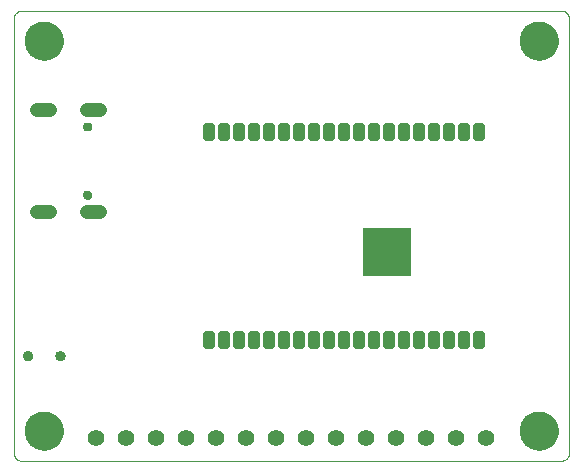
<source format=gbs>
G75*
%MOIN*%
%OFA0B0*%
%FSLAX25Y25*%
%IPPOS*%
%LPD*%
%AMOC8*
5,1,8,0,0,1.08239X$1,22.5*
%
%ADD10C,0.00000*%
%ADD11C,0.12998*%
%ADD12C,0.02031*%
%ADD13R,0.16148X0.16148*%
%ADD14C,0.05550*%
%ADD15C,0.03353*%
%ADD16C,0.04762*%
%ADD17C,0.02959*%
D10*
X0005343Y0035785D02*
X0185343Y0035785D01*
X0185441Y0035787D01*
X0185539Y0035793D01*
X0185637Y0035802D01*
X0185734Y0035816D01*
X0185831Y0035833D01*
X0185927Y0035854D01*
X0186022Y0035879D01*
X0186116Y0035907D01*
X0186208Y0035940D01*
X0186300Y0035975D01*
X0186390Y0036015D01*
X0186478Y0036057D01*
X0186565Y0036104D01*
X0186649Y0036153D01*
X0186732Y0036206D01*
X0186812Y0036262D01*
X0186891Y0036322D01*
X0186967Y0036384D01*
X0187040Y0036449D01*
X0187111Y0036517D01*
X0187179Y0036588D01*
X0187244Y0036661D01*
X0187306Y0036737D01*
X0187366Y0036816D01*
X0187422Y0036896D01*
X0187475Y0036979D01*
X0187524Y0037063D01*
X0187571Y0037150D01*
X0187613Y0037238D01*
X0187653Y0037328D01*
X0187688Y0037420D01*
X0187721Y0037512D01*
X0187749Y0037606D01*
X0187774Y0037701D01*
X0187795Y0037797D01*
X0187812Y0037894D01*
X0187826Y0037991D01*
X0187835Y0038089D01*
X0187841Y0038187D01*
X0187843Y0038285D01*
X0187843Y0183285D01*
X0187841Y0183383D01*
X0187835Y0183481D01*
X0187826Y0183579D01*
X0187812Y0183676D01*
X0187795Y0183773D01*
X0187774Y0183869D01*
X0187749Y0183964D01*
X0187721Y0184058D01*
X0187688Y0184150D01*
X0187653Y0184242D01*
X0187613Y0184332D01*
X0187571Y0184420D01*
X0187524Y0184507D01*
X0187475Y0184591D01*
X0187422Y0184674D01*
X0187366Y0184754D01*
X0187306Y0184833D01*
X0187244Y0184909D01*
X0187179Y0184982D01*
X0187111Y0185053D01*
X0187040Y0185121D01*
X0186967Y0185186D01*
X0186891Y0185248D01*
X0186812Y0185308D01*
X0186732Y0185364D01*
X0186649Y0185417D01*
X0186565Y0185466D01*
X0186478Y0185513D01*
X0186390Y0185555D01*
X0186300Y0185595D01*
X0186208Y0185630D01*
X0186116Y0185663D01*
X0186022Y0185691D01*
X0185927Y0185716D01*
X0185831Y0185737D01*
X0185734Y0185754D01*
X0185637Y0185768D01*
X0185539Y0185777D01*
X0185441Y0185783D01*
X0185343Y0185785D01*
X0005343Y0185785D01*
X0005245Y0185783D01*
X0005147Y0185777D01*
X0005049Y0185768D01*
X0004952Y0185754D01*
X0004855Y0185737D01*
X0004759Y0185716D01*
X0004664Y0185691D01*
X0004570Y0185663D01*
X0004478Y0185630D01*
X0004386Y0185595D01*
X0004296Y0185555D01*
X0004208Y0185513D01*
X0004121Y0185466D01*
X0004037Y0185417D01*
X0003954Y0185364D01*
X0003874Y0185308D01*
X0003795Y0185248D01*
X0003719Y0185186D01*
X0003646Y0185121D01*
X0003575Y0185053D01*
X0003507Y0184982D01*
X0003442Y0184909D01*
X0003380Y0184833D01*
X0003320Y0184754D01*
X0003264Y0184674D01*
X0003211Y0184591D01*
X0003162Y0184507D01*
X0003115Y0184420D01*
X0003073Y0184332D01*
X0003033Y0184242D01*
X0002998Y0184150D01*
X0002965Y0184058D01*
X0002937Y0183964D01*
X0002912Y0183869D01*
X0002891Y0183773D01*
X0002874Y0183676D01*
X0002860Y0183579D01*
X0002851Y0183481D01*
X0002845Y0183383D01*
X0002843Y0183285D01*
X0002843Y0038285D01*
X0002845Y0038187D01*
X0002851Y0038089D01*
X0002860Y0037991D01*
X0002874Y0037894D01*
X0002891Y0037797D01*
X0002912Y0037701D01*
X0002937Y0037606D01*
X0002965Y0037512D01*
X0002998Y0037420D01*
X0003033Y0037328D01*
X0003073Y0037238D01*
X0003115Y0037150D01*
X0003162Y0037063D01*
X0003211Y0036979D01*
X0003264Y0036896D01*
X0003320Y0036816D01*
X0003380Y0036737D01*
X0003442Y0036661D01*
X0003507Y0036588D01*
X0003575Y0036517D01*
X0003646Y0036449D01*
X0003719Y0036384D01*
X0003795Y0036322D01*
X0003874Y0036262D01*
X0003954Y0036206D01*
X0004037Y0036153D01*
X0004121Y0036104D01*
X0004208Y0036057D01*
X0004296Y0036015D01*
X0004386Y0035975D01*
X0004478Y0035940D01*
X0004570Y0035907D01*
X0004664Y0035879D01*
X0004759Y0035854D01*
X0004855Y0035833D01*
X0004952Y0035816D01*
X0005049Y0035802D01*
X0005147Y0035793D01*
X0005245Y0035787D01*
X0005343Y0035785D01*
X0006544Y0045785D02*
X0006546Y0045943D01*
X0006552Y0046101D01*
X0006562Y0046259D01*
X0006576Y0046417D01*
X0006594Y0046574D01*
X0006615Y0046731D01*
X0006641Y0046887D01*
X0006671Y0047043D01*
X0006704Y0047198D01*
X0006742Y0047351D01*
X0006783Y0047504D01*
X0006828Y0047656D01*
X0006877Y0047807D01*
X0006930Y0047956D01*
X0006986Y0048104D01*
X0007046Y0048250D01*
X0007110Y0048395D01*
X0007178Y0048538D01*
X0007249Y0048680D01*
X0007323Y0048820D01*
X0007401Y0048957D01*
X0007483Y0049093D01*
X0007567Y0049227D01*
X0007656Y0049358D01*
X0007747Y0049487D01*
X0007842Y0049614D01*
X0007939Y0049739D01*
X0008040Y0049861D01*
X0008144Y0049980D01*
X0008251Y0050097D01*
X0008361Y0050211D01*
X0008474Y0050322D01*
X0008589Y0050431D01*
X0008707Y0050536D01*
X0008828Y0050638D01*
X0008951Y0050738D01*
X0009077Y0050834D01*
X0009205Y0050927D01*
X0009335Y0051017D01*
X0009468Y0051103D01*
X0009603Y0051187D01*
X0009739Y0051266D01*
X0009878Y0051343D01*
X0010019Y0051415D01*
X0010161Y0051485D01*
X0010305Y0051550D01*
X0010451Y0051612D01*
X0010598Y0051670D01*
X0010747Y0051725D01*
X0010897Y0051776D01*
X0011048Y0051823D01*
X0011200Y0051866D01*
X0011353Y0051905D01*
X0011508Y0051941D01*
X0011663Y0051972D01*
X0011819Y0052000D01*
X0011975Y0052024D01*
X0012132Y0052044D01*
X0012290Y0052060D01*
X0012447Y0052072D01*
X0012606Y0052080D01*
X0012764Y0052084D01*
X0012922Y0052084D01*
X0013080Y0052080D01*
X0013239Y0052072D01*
X0013396Y0052060D01*
X0013554Y0052044D01*
X0013711Y0052024D01*
X0013867Y0052000D01*
X0014023Y0051972D01*
X0014178Y0051941D01*
X0014333Y0051905D01*
X0014486Y0051866D01*
X0014638Y0051823D01*
X0014789Y0051776D01*
X0014939Y0051725D01*
X0015088Y0051670D01*
X0015235Y0051612D01*
X0015381Y0051550D01*
X0015525Y0051485D01*
X0015667Y0051415D01*
X0015808Y0051343D01*
X0015947Y0051266D01*
X0016083Y0051187D01*
X0016218Y0051103D01*
X0016351Y0051017D01*
X0016481Y0050927D01*
X0016609Y0050834D01*
X0016735Y0050738D01*
X0016858Y0050638D01*
X0016979Y0050536D01*
X0017097Y0050431D01*
X0017212Y0050322D01*
X0017325Y0050211D01*
X0017435Y0050097D01*
X0017542Y0049980D01*
X0017646Y0049861D01*
X0017747Y0049739D01*
X0017844Y0049614D01*
X0017939Y0049487D01*
X0018030Y0049358D01*
X0018119Y0049227D01*
X0018203Y0049093D01*
X0018285Y0048957D01*
X0018363Y0048820D01*
X0018437Y0048680D01*
X0018508Y0048538D01*
X0018576Y0048395D01*
X0018640Y0048250D01*
X0018700Y0048104D01*
X0018756Y0047956D01*
X0018809Y0047807D01*
X0018858Y0047656D01*
X0018903Y0047504D01*
X0018944Y0047351D01*
X0018982Y0047198D01*
X0019015Y0047043D01*
X0019045Y0046887D01*
X0019071Y0046731D01*
X0019092Y0046574D01*
X0019110Y0046417D01*
X0019124Y0046259D01*
X0019134Y0046101D01*
X0019140Y0045943D01*
X0019142Y0045785D01*
X0019140Y0045627D01*
X0019134Y0045469D01*
X0019124Y0045311D01*
X0019110Y0045153D01*
X0019092Y0044996D01*
X0019071Y0044839D01*
X0019045Y0044683D01*
X0019015Y0044527D01*
X0018982Y0044372D01*
X0018944Y0044219D01*
X0018903Y0044066D01*
X0018858Y0043914D01*
X0018809Y0043763D01*
X0018756Y0043614D01*
X0018700Y0043466D01*
X0018640Y0043320D01*
X0018576Y0043175D01*
X0018508Y0043032D01*
X0018437Y0042890D01*
X0018363Y0042750D01*
X0018285Y0042613D01*
X0018203Y0042477D01*
X0018119Y0042343D01*
X0018030Y0042212D01*
X0017939Y0042083D01*
X0017844Y0041956D01*
X0017747Y0041831D01*
X0017646Y0041709D01*
X0017542Y0041590D01*
X0017435Y0041473D01*
X0017325Y0041359D01*
X0017212Y0041248D01*
X0017097Y0041139D01*
X0016979Y0041034D01*
X0016858Y0040932D01*
X0016735Y0040832D01*
X0016609Y0040736D01*
X0016481Y0040643D01*
X0016351Y0040553D01*
X0016218Y0040467D01*
X0016083Y0040383D01*
X0015947Y0040304D01*
X0015808Y0040227D01*
X0015667Y0040155D01*
X0015525Y0040085D01*
X0015381Y0040020D01*
X0015235Y0039958D01*
X0015088Y0039900D01*
X0014939Y0039845D01*
X0014789Y0039794D01*
X0014638Y0039747D01*
X0014486Y0039704D01*
X0014333Y0039665D01*
X0014178Y0039629D01*
X0014023Y0039598D01*
X0013867Y0039570D01*
X0013711Y0039546D01*
X0013554Y0039526D01*
X0013396Y0039510D01*
X0013239Y0039498D01*
X0013080Y0039490D01*
X0012922Y0039486D01*
X0012764Y0039486D01*
X0012606Y0039490D01*
X0012447Y0039498D01*
X0012290Y0039510D01*
X0012132Y0039526D01*
X0011975Y0039546D01*
X0011819Y0039570D01*
X0011663Y0039598D01*
X0011508Y0039629D01*
X0011353Y0039665D01*
X0011200Y0039704D01*
X0011048Y0039747D01*
X0010897Y0039794D01*
X0010747Y0039845D01*
X0010598Y0039900D01*
X0010451Y0039958D01*
X0010305Y0040020D01*
X0010161Y0040085D01*
X0010019Y0040155D01*
X0009878Y0040227D01*
X0009739Y0040304D01*
X0009603Y0040383D01*
X0009468Y0040467D01*
X0009335Y0040553D01*
X0009205Y0040643D01*
X0009077Y0040736D01*
X0008951Y0040832D01*
X0008828Y0040932D01*
X0008707Y0041034D01*
X0008589Y0041139D01*
X0008474Y0041248D01*
X0008361Y0041359D01*
X0008251Y0041473D01*
X0008144Y0041590D01*
X0008040Y0041709D01*
X0007939Y0041831D01*
X0007842Y0041956D01*
X0007747Y0042083D01*
X0007656Y0042212D01*
X0007567Y0042343D01*
X0007483Y0042477D01*
X0007401Y0042613D01*
X0007323Y0042750D01*
X0007249Y0042890D01*
X0007178Y0043032D01*
X0007110Y0043175D01*
X0007046Y0043320D01*
X0006986Y0043466D01*
X0006930Y0043614D01*
X0006877Y0043763D01*
X0006828Y0043914D01*
X0006783Y0044066D01*
X0006742Y0044219D01*
X0006704Y0044372D01*
X0006671Y0044527D01*
X0006641Y0044683D01*
X0006615Y0044839D01*
X0006594Y0044996D01*
X0006576Y0045153D01*
X0006562Y0045311D01*
X0006552Y0045469D01*
X0006546Y0045627D01*
X0006544Y0045785D01*
X0005953Y0070785D02*
X0005955Y0070862D01*
X0005961Y0070938D01*
X0005971Y0071014D01*
X0005985Y0071089D01*
X0006002Y0071164D01*
X0006024Y0071237D01*
X0006049Y0071310D01*
X0006079Y0071381D01*
X0006111Y0071450D01*
X0006148Y0071517D01*
X0006187Y0071583D01*
X0006230Y0071646D01*
X0006277Y0071707D01*
X0006326Y0071766D01*
X0006379Y0071822D01*
X0006434Y0071875D01*
X0006492Y0071925D01*
X0006552Y0071972D01*
X0006615Y0072016D01*
X0006680Y0072057D01*
X0006747Y0072094D01*
X0006816Y0072128D01*
X0006886Y0072158D01*
X0006958Y0072184D01*
X0007032Y0072206D01*
X0007106Y0072225D01*
X0007181Y0072240D01*
X0007257Y0072251D01*
X0007333Y0072258D01*
X0007410Y0072261D01*
X0007486Y0072260D01*
X0007563Y0072255D01*
X0007639Y0072246D01*
X0007715Y0072233D01*
X0007789Y0072216D01*
X0007863Y0072196D01*
X0007936Y0072171D01*
X0008007Y0072143D01*
X0008077Y0072111D01*
X0008145Y0072076D01*
X0008211Y0072037D01*
X0008275Y0071995D01*
X0008336Y0071949D01*
X0008396Y0071900D01*
X0008452Y0071849D01*
X0008506Y0071794D01*
X0008557Y0071737D01*
X0008605Y0071677D01*
X0008650Y0071615D01*
X0008691Y0071550D01*
X0008729Y0071484D01*
X0008764Y0071416D01*
X0008794Y0071345D01*
X0008822Y0071274D01*
X0008845Y0071201D01*
X0008865Y0071127D01*
X0008881Y0071052D01*
X0008893Y0070976D01*
X0008901Y0070900D01*
X0008905Y0070823D01*
X0008905Y0070747D01*
X0008901Y0070670D01*
X0008893Y0070594D01*
X0008881Y0070518D01*
X0008865Y0070443D01*
X0008845Y0070369D01*
X0008822Y0070296D01*
X0008794Y0070225D01*
X0008764Y0070154D01*
X0008729Y0070086D01*
X0008691Y0070020D01*
X0008650Y0069955D01*
X0008605Y0069893D01*
X0008557Y0069833D01*
X0008506Y0069776D01*
X0008452Y0069721D01*
X0008396Y0069670D01*
X0008336Y0069621D01*
X0008275Y0069575D01*
X0008211Y0069533D01*
X0008145Y0069494D01*
X0008077Y0069459D01*
X0008007Y0069427D01*
X0007936Y0069399D01*
X0007863Y0069374D01*
X0007789Y0069354D01*
X0007715Y0069337D01*
X0007639Y0069324D01*
X0007563Y0069315D01*
X0007486Y0069310D01*
X0007410Y0069309D01*
X0007333Y0069312D01*
X0007257Y0069319D01*
X0007181Y0069330D01*
X0007106Y0069345D01*
X0007032Y0069364D01*
X0006958Y0069386D01*
X0006886Y0069412D01*
X0006816Y0069442D01*
X0006747Y0069476D01*
X0006680Y0069513D01*
X0006615Y0069554D01*
X0006552Y0069598D01*
X0006492Y0069645D01*
X0006434Y0069695D01*
X0006379Y0069748D01*
X0006326Y0069804D01*
X0006277Y0069863D01*
X0006230Y0069924D01*
X0006187Y0069987D01*
X0006148Y0070053D01*
X0006111Y0070120D01*
X0006079Y0070189D01*
X0006049Y0070260D01*
X0006024Y0070333D01*
X0006002Y0070406D01*
X0005985Y0070481D01*
X0005971Y0070556D01*
X0005961Y0070632D01*
X0005955Y0070708D01*
X0005953Y0070785D01*
X0016780Y0070785D02*
X0016782Y0070862D01*
X0016788Y0070938D01*
X0016798Y0071014D01*
X0016812Y0071089D01*
X0016829Y0071164D01*
X0016851Y0071237D01*
X0016876Y0071310D01*
X0016906Y0071381D01*
X0016938Y0071450D01*
X0016975Y0071517D01*
X0017014Y0071583D01*
X0017057Y0071646D01*
X0017104Y0071707D01*
X0017153Y0071766D01*
X0017206Y0071822D01*
X0017261Y0071875D01*
X0017319Y0071925D01*
X0017379Y0071972D01*
X0017442Y0072016D01*
X0017507Y0072057D01*
X0017574Y0072094D01*
X0017643Y0072128D01*
X0017713Y0072158D01*
X0017785Y0072184D01*
X0017859Y0072206D01*
X0017933Y0072225D01*
X0018008Y0072240D01*
X0018084Y0072251D01*
X0018160Y0072258D01*
X0018237Y0072261D01*
X0018313Y0072260D01*
X0018390Y0072255D01*
X0018466Y0072246D01*
X0018542Y0072233D01*
X0018616Y0072216D01*
X0018690Y0072196D01*
X0018763Y0072171D01*
X0018834Y0072143D01*
X0018904Y0072111D01*
X0018972Y0072076D01*
X0019038Y0072037D01*
X0019102Y0071995D01*
X0019163Y0071949D01*
X0019223Y0071900D01*
X0019279Y0071849D01*
X0019333Y0071794D01*
X0019384Y0071737D01*
X0019432Y0071677D01*
X0019477Y0071615D01*
X0019518Y0071550D01*
X0019556Y0071484D01*
X0019591Y0071416D01*
X0019621Y0071345D01*
X0019649Y0071274D01*
X0019672Y0071201D01*
X0019692Y0071127D01*
X0019708Y0071052D01*
X0019720Y0070976D01*
X0019728Y0070900D01*
X0019732Y0070823D01*
X0019732Y0070747D01*
X0019728Y0070670D01*
X0019720Y0070594D01*
X0019708Y0070518D01*
X0019692Y0070443D01*
X0019672Y0070369D01*
X0019649Y0070296D01*
X0019621Y0070225D01*
X0019591Y0070154D01*
X0019556Y0070086D01*
X0019518Y0070020D01*
X0019477Y0069955D01*
X0019432Y0069893D01*
X0019384Y0069833D01*
X0019333Y0069776D01*
X0019279Y0069721D01*
X0019223Y0069670D01*
X0019163Y0069621D01*
X0019102Y0069575D01*
X0019038Y0069533D01*
X0018972Y0069494D01*
X0018904Y0069459D01*
X0018834Y0069427D01*
X0018763Y0069399D01*
X0018690Y0069374D01*
X0018616Y0069354D01*
X0018542Y0069337D01*
X0018466Y0069324D01*
X0018390Y0069315D01*
X0018313Y0069310D01*
X0018237Y0069309D01*
X0018160Y0069312D01*
X0018084Y0069319D01*
X0018008Y0069330D01*
X0017933Y0069345D01*
X0017859Y0069364D01*
X0017785Y0069386D01*
X0017713Y0069412D01*
X0017643Y0069442D01*
X0017574Y0069476D01*
X0017507Y0069513D01*
X0017442Y0069554D01*
X0017379Y0069598D01*
X0017319Y0069645D01*
X0017261Y0069695D01*
X0017206Y0069748D01*
X0017153Y0069804D01*
X0017104Y0069863D01*
X0017057Y0069924D01*
X0017014Y0069987D01*
X0016975Y0070053D01*
X0016938Y0070120D01*
X0016906Y0070189D01*
X0016876Y0070260D01*
X0016851Y0070333D01*
X0016829Y0070406D01*
X0016812Y0070481D01*
X0016798Y0070556D01*
X0016788Y0070632D01*
X0016782Y0070708D01*
X0016780Y0070785D01*
X0026051Y0124407D02*
X0026053Y0124478D01*
X0026059Y0124549D01*
X0026069Y0124620D01*
X0026083Y0124689D01*
X0026100Y0124758D01*
X0026122Y0124826D01*
X0026147Y0124893D01*
X0026176Y0124958D01*
X0026208Y0125021D01*
X0026244Y0125083D01*
X0026283Y0125142D01*
X0026326Y0125199D01*
X0026371Y0125254D01*
X0026420Y0125306D01*
X0026471Y0125355D01*
X0026525Y0125401D01*
X0026582Y0125445D01*
X0026640Y0125485D01*
X0026701Y0125521D01*
X0026764Y0125555D01*
X0026829Y0125584D01*
X0026895Y0125610D01*
X0026963Y0125633D01*
X0027031Y0125651D01*
X0027101Y0125666D01*
X0027171Y0125677D01*
X0027242Y0125684D01*
X0027313Y0125687D01*
X0027384Y0125686D01*
X0027455Y0125681D01*
X0027526Y0125672D01*
X0027596Y0125659D01*
X0027665Y0125643D01*
X0027733Y0125622D01*
X0027800Y0125598D01*
X0027866Y0125570D01*
X0027929Y0125538D01*
X0027991Y0125503D01*
X0028051Y0125465D01*
X0028109Y0125423D01*
X0028164Y0125379D01*
X0028217Y0125331D01*
X0028267Y0125280D01*
X0028314Y0125227D01*
X0028358Y0125171D01*
X0028399Y0125113D01*
X0028437Y0125052D01*
X0028471Y0124990D01*
X0028501Y0124925D01*
X0028528Y0124860D01*
X0028552Y0124792D01*
X0028571Y0124724D01*
X0028587Y0124655D01*
X0028599Y0124584D01*
X0028607Y0124514D01*
X0028611Y0124443D01*
X0028611Y0124371D01*
X0028607Y0124300D01*
X0028599Y0124230D01*
X0028587Y0124159D01*
X0028571Y0124090D01*
X0028552Y0124022D01*
X0028528Y0123954D01*
X0028501Y0123889D01*
X0028471Y0123824D01*
X0028437Y0123762D01*
X0028399Y0123701D01*
X0028358Y0123643D01*
X0028314Y0123587D01*
X0028267Y0123534D01*
X0028217Y0123483D01*
X0028164Y0123435D01*
X0028109Y0123391D01*
X0028051Y0123349D01*
X0027991Y0123311D01*
X0027929Y0123276D01*
X0027866Y0123244D01*
X0027800Y0123216D01*
X0027733Y0123192D01*
X0027665Y0123171D01*
X0027596Y0123155D01*
X0027526Y0123142D01*
X0027455Y0123133D01*
X0027384Y0123128D01*
X0027313Y0123127D01*
X0027242Y0123130D01*
X0027171Y0123137D01*
X0027101Y0123148D01*
X0027031Y0123163D01*
X0026963Y0123181D01*
X0026895Y0123204D01*
X0026829Y0123230D01*
X0026764Y0123259D01*
X0026701Y0123293D01*
X0026640Y0123329D01*
X0026582Y0123369D01*
X0026525Y0123413D01*
X0026471Y0123459D01*
X0026420Y0123508D01*
X0026371Y0123560D01*
X0026326Y0123615D01*
X0026283Y0123672D01*
X0026244Y0123731D01*
X0026208Y0123793D01*
X0026176Y0123856D01*
X0026147Y0123921D01*
X0026122Y0123988D01*
X0026100Y0124056D01*
X0026083Y0124125D01*
X0026069Y0124194D01*
X0026059Y0124265D01*
X0026053Y0124336D01*
X0026051Y0124407D01*
X0026051Y0147163D02*
X0026053Y0147234D01*
X0026059Y0147305D01*
X0026069Y0147376D01*
X0026083Y0147445D01*
X0026100Y0147514D01*
X0026122Y0147582D01*
X0026147Y0147649D01*
X0026176Y0147714D01*
X0026208Y0147777D01*
X0026244Y0147839D01*
X0026283Y0147898D01*
X0026326Y0147955D01*
X0026371Y0148010D01*
X0026420Y0148062D01*
X0026471Y0148111D01*
X0026525Y0148157D01*
X0026582Y0148201D01*
X0026640Y0148241D01*
X0026701Y0148277D01*
X0026764Y0148311D01*
X0026829Y0148340D01*
X0026895Y0148366D01*
X0026963Y0148389D01*
X0027031Y0148407D01*
X0027101Y0148422D01*
X0027171Y0148433D01*
X0027242Y0148440D01*
X0027313Y0148443D01*
X0027384Y0148442D01*
X0027455Y0148437D01*
X0027526Y0148428D01*
X0027596Y0148415D01*
X0027665Y0148399D01*
X0027733Y0148378D01*
X0027800Y0148354D01*
X0027866Y0148326D01*
X0027929Y0148294D01*
X0027991Y0148259D01*
X0028051Y0148221D01*
X0028109Y0148179D01*
X0028164Y0148135D01*
X0028217Y0148087D01*
X0028267Y0148036D01*
X0028314Y0147983D01*
X0028358Y0147927D01*
X0028399Y0147869D01*
X0028437Y0147808D01*
X0028471Y0147746D01*
X0028501Y0147681D01*
X0028528Y0147616D01*
X0028552Y0147548D01*
X0028571Y0147480D01*
X0028587Y0147411D01*
X0028599Y0147340D01*
X0028607Y0147270D01*
X0028611Y0147199D01*
X0028611Y0147127D01*
X0028607Y0147056D01*
X0028599Y0146986D01*
X0028587Y0146915D01*
X0028571Y0146846D01*
X0028552Y0146778D01*
X0028528Y0146710D01*
X0028501Y0146645D01*
X0028471Y0146580D01*
X0028437Y0146518D01*
X0028399Y0146457D01*
X0028358Y0146399D01*
X0028314Y0146343D01*
X0028267Y0146290D01*
X0028217Y0146239D01*
X0028164Y0146191D01*
X0028109Y0146147D01*
X0028051Y0146105D01*
X0027991Y0146067D01*
X0027929Y0146032D01*
X0027866Y0146000D01*
X0027800Y0145972D01*
X0027733Y0145948D01*
X0027665Y0145927D01*
X0027596Y0145911D01*
X0027526Y0145898D01*
X0027455Y0145889D01*
X0027384Y0145884D01*
X0027313Y0145883D01*
X0027242Y0145886D01*
X0027171Y0145893D01*
X0027101Y0145904D01*
X0027031Y0145919D01*
X0026963Y0145937D01*
X0026895Y0145960D01*
X0026829Y0145986D01*
X0026764Y0146015D01*
X0026701Y0146049D01*
X0026640Y0146085D01*
X0026582Y0146125D01*
X0026525Y0146169D01*
X0026471Y0146215D01*
X0026420Y0146264D01*
X0026371Y0146316D01*
X0026326Y0146371D01*
X0026283Y0146428D01*
X0026244Y0146487D01*
X0026208Y0146549D01*
X0026176Y0146612D01*
X0026147Y0146677D01*
X0026122Y0146744D01*
X0026100Y0146812D01*
X0026083Y0146881D01*
X0026069Y0146950D01*
X0026059Y0147021D01*
X0026053Y0147092D01*
X0026051Y0147163D01*
X0006544Y0175785D02*
X0006546Y0175943D01*
X0006552Y0176101D01*
X0006562Y0176259D01*
X0006576Y0176417D01*
X0006594Y0176574D01*
X0006615Y0176731D01*
X0006641Y0176887D01*
X0006671Y0177043D01*
X0006704Y0177198D01*
X0006742Y0177351D01*
X0006783Y0177504D01*
X0006828Y0177656D01*
X0006877Y0177807D01*
X0006930Y0177956D01*
X0006986Y0178104D01*
X0007046Y0178250D01*
X0007110Y0178395D01*
X0007178Y0178538D01*
X0007249Y0178680D01*
X0007323Y0178820D01*
X0007401Y0178957D01*
X0007483Y0179093D01*
X0007567Y0179227D01*
X0007656Y0179358D01*
X0007747Y0179487D01*
X0007842Y0179614D01*
X0007939Y0179739D01*
X0008040Y0179861D01*
X0008144Y0179980D01*
X0008251Y0180097D01*
X0008361Y0180211D01*
X0008474Y0180322D01*
X0008589Y0180431D01*
X0008707Y0180536D01*
X0008828Y0180638D01*
X0008951Y0180738D01*
X0009077Y0180834D01*
X0009205Y0180927D01*
X0009335Y0181017D01*
X0009468Y0181103D01*
X0009603Y0181187D01*
X0009739Y0181266D01*
X0009878Y0181343D01*
X0010019Y0181415D01*
X0010161Y0181485D01*
X0010305Y0181550D01*
X0010451Y0181612D01*
X0010598Y0181670D01*
X0010747Y0181725D01*
X0010897Y0181776D01*
X0011048Y0181823D01*
X0011200Y0181866D01*
X0011353Y0181905D01*
X0011508Y0181941D01*
X0011663Y0181972D01*
X0011819Y0182000D01*
X0011975Y0182024D01*
X0012132Y0182044D01*
X0012290Y0182060D01*
X0012447Y0182072D01*
X0012606Y0182080D01*
X0012764Y0182084D01*
X0012922Y0182084D01*
X0013080Y0182080D01*
X0013239Y0182072D01*
X0013396Y0182060D01*
X0013554Y0182044D01*
X0013711Y0182024D01*
X0013867Y0182000D01*
X0014023Y0181972D01*
X0014178Y0181941D01*
X0014333Y0181905D01*
X0014486Y0181866D01*
X0014638Y0181823D01*
X0014789Y0181776D01*
X0014939Y0181725D01*
X0015088Y0181670D01*
X0015235Y0181612D01*
X0015381Y0181550D01*
X0015525Y0181485D01*
X0015667Y0181415D01*
X0015808Y0181343D01*
X0015947Y0181266D01*
X0016083Y0181187D01*
X0016218Y0181103D01*
X0016351Y0181017D01*
X0016481Y0180927D01*
X0016609Y0180834D01*
X0016735Y0180738D01*
X0016858Y0180638D01*
X0016979Y0180536D01*
X0017097Y0180431D01*
X0017212Y0180322D01*
X0017325Y0180211D01*
X0017435Y0180097D01*
X0017542Y0179980D01*
X0017646Y0179861D01*
X0017747Y0179739D01*
X0017844Y0179614D01*
X0017939Y0179487D01*
X0018030Y0179358D01*
X0018119Y0179227D01*
X0018203Y0179093D01*
X0018285Y0178957D01*
X0018363Y0178820D01*
X0018437Y0178680D01*
X0018508Y0178538D01*
X0018576Y0178395D01*
X0018640Y0178250D01*
X0018700Y0178104D01*
X0018756Y0177956D01*
X0018809Y0177807D01*
X0018858Y0177656D01*
X0018903Y0177504D01*
X0018944Y0177351D01*
X0018982Y0177198D01*
X0019015Y0177043D01*
X0019045Y0176887D01*
X0019071Y0176731D01*
X0019092Y0176574D01*
X0019110Y0176417D01*
X0019124Y0176259D01*
X0019134Y0176101D01*
X0019140Y0175943D01*
X0019142Y0175785D01*
X0019140Y0175627D01*
X0019134Y0175469D01*
X0019124Y0175311D01*
X0019110Y0175153D01*
X0019092Y0174996D01*
X0019071Y0174839D01*
X0019045Y0174683D01*
X0019015Y0174527D01*
X0018982Y0174372D01*
X0018944Y0174219D01*
X0018903Y0174066D01*
X0018858Y0173914D01*
X0018809Y0173763D01*
X0018756Y0173614D01*
X0018700Y0173466D01*
X0018640Y0173320D01*
X0018576Y0173175D01*
X0018508Y0173032D01*
X0018437Y0172890D01*
X0018363Y0172750D01*
X0018285Y0172613D01*
X0018203Y0172477D01*
X0018119Y0172343D01*
X0018030Y0172212D01*
X0017939Y0172083D01*
X0017844Y0171956D01*
X0017747Y0171831D01*
X0017646Y0171709D01*
X0017542Y0171590D01*
X0017435Y0171473D01*
X0017325Y0171359D01*
X0017212Y0171248D01*
X0017097Y0171139D01*
X0016979Y0171034D01*
X0016858Y0170932D01*
X0016735Y0170832D01*
X0016609Y0170736D01*
X0016481Y0170643D01*
X0016351Y0170553D01*
X0016218Y0170467D01*
X0016083Y0170383D01*
X0015947Y0170304D01*
X0015808Y0170227D01*
X0015667Y0170155D01*
X0015525Y0170085D01*
X0015381Y0170020D01*
X0015235Y0169958D01*
X0015088Y0169900D01*
X0014939Y0169845D01*
X0014789Y0169794D01*
X0014638Y0169747D01*
X0014486Y0169704D01*
X0014333Y0169665D01*
X0014178Y0169629D01*
X0014023Y0169598D01*
X0013867Y0169570D01*
X0013711Y0169546D01*
X0013554Y0169526D01*
X0013396Y0169510D01*
X0013239Y0169498D01*
X0013080Y0169490D01*
X0012922Y0169486D01*
X0012764Y0169486D01*
X0012606Y0169490D01*
X0012447Y0169498D01*
X0012290Y0169510D01*
X0012132Y0169526D01*
X0011975Y0169546D01*
X0011819Y0169570D01*
X0011663Y0169598D01*
X0011508Y0169629D01*
X0011353Y0169665D01*
X0011200Y0169704D01*
X0011048Y0169747D01*
X0010897Y0169794D01*
X0010747Y0169845D01*
X0010598Y0169900D01*
X0010451Y0169958D01*
X0010305Y0170020D01*
X0010161Y0170085D01*
X0010019Y0170155D01*
X0009878Y0170227D01*
X0009739Y0170304D01*
X0009603Y0170383D01*
X0009468Y0170467D01*
X0009335Y0170553D01*
X0009205Y0170643D01*
X0009077Y0170736D01*
X0008951Y0170832D01*
X0008828Y0170932D01*
X0008707Y0171034D01*
X0008589Y0171139D01*
X0008474Y0171248D01*
X0008361Y0171359D01*
X0008251Y0171473D01*
X0008144Y0171590D01*
X0008040Y0171709D01*
X0007939Y0171831D01*
X0007842Y0171956D01*
X0007747Y0172083D01*
X0007656Y0172212D01*
X0007567Y0172343D01*
X0007483Y0172477D01*
X0007401Y0172613D01*
X0007323Y0172750D01*
X0007249Y0172890D01*
X0007178Y0173032D01*
X0007110Y0173175D01*
X0007046Y0173320D01*
X0006986Y0173466D01*
X0006930Y0173614D01*
X0006877Y0173763D01*
X0006828Y0173914D01*
X0006783Y0174066D01*
X0006742Y0174219D01*
X0006704Y0174372D01*
X0006671Y0174527D01*
X0006641Y0174683D01*
X0006615Y0174839D01*
X0006594Y0174996D01*
X0006576Y0175153D01*
X0006562Y0175311D01*
X0006552Y0175469D01*
X0006546Y0175627D01*
X0006544Y0175785D01*
X0171544Y0175785D02*
X0171546Y0175943D01*
X0171552Y0176101D01*
X0171562Y0176259D01*
X0171576Y0176417D01*
X0171594Y0176574D01*
X0171615Y0176731D01*
X0171641Y0176887D01*
X0171671Y0177043D01*
X0171704Y0177198D01*
X0171742Y0177351D01*
X0171783Y0177504D01*
X0171828Y0177656D01*
X0171877Y0177807D01*
X0171930Y0177956D01*
X0171986Y0178104D01*
X0172046Y0178250D01*
X0172110Y0178395D01*
X0172178Y0178538D01*
X0172249Y0178680D01*
X0172323Y0178820D01*
X0172401Y0178957D01*
X0172483Y0179093D01*
X0172567Y0179227D01*
X0172656Y0179358D01*
X0172747Y0179487D01*
X0172842Y0179614D01*
X0172939Y0179739D01*
X0173040Y0179861D01*
X0173144Y0179980D01*
X0173251Y0180097D01*
X0173361Y0180211D01*
X0173474Y0180322D01*
X0173589Y0180431D01*
X0173707Y0180536D01*
X0173828Y0180638D01*
X0173951Y0180738D01*
X0174077Y0180834D01*
X0174205Y0180927D01*
X0174335Y0181017D01*
X0174468Y0181103D01*
X0174603Y0181187D01*
X0174739Y0181266D01*
X0174878Y0181343D01*
X0175019Y0181415D01*
X0175161Y0181485D01*
X0175305Y0181550D01*
X0175451Y0181612D01*
X0175598Y0181670D01*
X0175747Y0181725D01*
X0175897Y0181776D01*
X0176048Y0181823D01*
X0176200Y0181866D01*
X0176353Y0181905D01*
X0176508Y0181941D01*
X0176663Y0181972D01*
X0176819Y0182000D01*
X0176975Y0182024D01*
X0177132Y0182044D01*
X0177290Y0182060D01*
X0177447Y0182072D01*
X0177606Y0182080D01*
X0177764Y0182084D01*
X0177922Y0182084D01*
X0178080Y0182080D01*
X0178239Y0182072D01*
X0178396Y0182060D01*
X0178554Y0182044D01*
X0178711Y0182024D01*
X0178867Y0182000D01*
X0179023Y0181972D01*
X0179178Y0181941D01*
X0179333Y0181905D01*
X0179486Y0181866D01*
X0179638Y0181823D01*
X0179789Y0181776D01*
X0179939Y0181725D01*
X0180088Y0181670D01*
X0180235Y0181612D01*
X0180381Y0181550D01*
X0180525Y0181485D01*
X0180667Y0181415D01*
X0180808Y0181343D01*
X0180947Y0181266D01*
X0181083Y0181187D01*
X0181218Y0181103D01*
X0181351Y0181017D01*
X0181481Y0180927D01*
X0181609Y0180834D01*
X0181735Y0180738D01*
X0181858Y0180638D01*
X0181979Y0180536D01*
X0182097Y0180431D01*
X0182212Y0180322D01*
X0182325Y0180211D01*
X0182435Y0180097D01*
X0182542Y0179980D01*
X0182646Y0179861D01*
X0182747Y0179739D01*
X0182844Y0179614D01*
X0182939Y0179487D01*
X0183030Y0179358D01*
X0183119Y0179227D01*
X0183203Y0179093D01*
X0183285Y0178957D01*
X0183363Y0178820D01*
X0183437Y0178680D01*
X0183508Y0178538D01*
X0183576Y0178395D01*
X0183640Y0178250D01*
X0183700Y0178104D01*
X0183756Y0177956D01*
X0183809Y0177807D01*
X0183858Y0177656D01*
X0183903Y0177504D01*
X0183944Y0177351D01*
X0183982Y0177198D01*
X0184015Y0177043D01*
X0184045Y0176887D01*
X0184071Y0176731D01*
X0184092Y0176574D01*
X0184110Y0176417D01*
X0184124Y0176259D01*
X0184134Y0176101D01*
X0184140Y0175943D01*
X0184142Y0175785D01*
X0184140Y0175627D01*
X0184134Y0175469D01*
X0184124Y0175311D01*
X0184110Y0175153D01*
X0184092Y0174996D01*
X0184071Y0174839D01*
X0184045Y0174683D01*
X0184015Y0174527D01*
X0183982Y0174372D01*
X0183944Y0174219D01*
X0183903Y0174066D01*
X0183858Y0173914D01*
X0183809Y0173763D01*
X0183756Y0173614D01*
X0183700Y0173466D01*
X0183640Y0173320D01*
X0183576Y0173175D01*
X0183508Y0173032D01*
X0183437Y0172890D01*
X0183363Y0172750D01*
X0183285Y0172613D01*
X0183203Y0172477D01*
X0183119Y0172343D01*
X0183030Y0172212D01*
X0182939Y0172083D01*
X0182844Y0171956D01*
X0182747Y0171831D01*
X0182646Y0171709D01*
X0182542Y0171590D01*
X0182435Y0171473D01*
X0182325Y0171359D01*
X0182212Y0171248D01*
X0182097Y0171139D01*
X0181979Y0171034D01*
X0181858Y0170932D01*
X0181735Y0170832D01*
X0181609Y0170736D01*
X0181481Y0170643D01*
X0181351Y0170553D01*
X0181218Y0170467D01*
X0181083Y0170383D01*
X0180947Y0170304D01*
X0180808Y0170227D01*
X0180667Y0170155D01*
X0180525Y0170085D01*
X0180381Y0170020D01*
X0180235Y0169958D01*
X0180088Y0169900D01*
X0179939Y0169845D01*
X0179789Y0169794D01*
X0179638Y0169747D01*
X0179486Y0169704D01*
X0179333Y0169665D01*
X0179178Y0169629D01*
X0179023Y0169598D01*
X0178867Y0169570D01*
X0178711Y0169546D01*
X0178554Y0169526D01*
X0178396Y0169510D01*
X0178239Y0169498D01*
X0178080Y0169490D01*
X0177922Y0169486D01*
X0177764Y0169486D01*
X0177606Y0169490D01*
X0177447Y0169498D01*
X0177290Y0169510D01*
X0177132Y0169526D01*
X0176975Y0169546D01*
X0176819Y0169570D01*
X0176663Y0169598D01*
X0176508Y0169629D01*
X0176353Y0169665D01*
X0176200Y0169704D01*
X0176048Y0169747D01*
X0175897Y0169794D01*
X0175747Y0169845D01*
X0175598Y0169900D01*
X0175451Y0169958D01*
X0175305Y0170020D01*
X0175161Y0170085D01*
X0175019Y0170155D01*
X0174878Y0170227D01*
X0174739Y0170304D01*
X0174603Y0170383D01*
X0174468Y0170467D01*
X0174335Y0170553D01*
X0174205Y0170643D01*
X0174077Y0170736D01*
X0173951Y0170832D01*
X0173828Y0170932D01*
X0173707Y0171034D01*
X0173589Y0171139D01*
X0173474Y0171248D01*
X0173361Y0171359D01*
X0173251Y0171473D01*
X0173144Y0171590D01*
X0173040Y0171709D01*
X0172939Y0171831D01*
X0172842Y0171956D01*
X0172747Y0172083D01*
X0172656Y0172212D01*
X0172567Y0172343D01*
X0172483Y0172477D01*
X0172401Y0172613D01*
X0172323Y0172750D01*
X0172249Y0172890D01*
X0172178Y0173032D01*
X0172110Y0173175D01*
X0172046Y0173320D01*
X0171986Y0173466D01*
X0171930Y0173614D01*
X0171877Y0173763D01*
X0171828Y0173914D01*
X0171783Y0174066D01*
X0171742Y0174219D01*
X0171704Y0174372D01*
X0171671Y0174527D01*
X0171641Y0174683D01*
X0171615Y0174839D01*
X0171594Y0174996D01*
X0171576Y0175153D01*
X0171562Y0175311D01*
X0171552Y0175469D01*
X0171546Y0175627D01*
X0171544Y0175785D01*
X0171544Y0045785D02*
X0171546Y0045943D01*
X0171552Y0046101D01*
X0171562Y0046259D01*
X0171576Y0046417D01*
X0171594Y0046574D01*
X0171615Y0046731D01*
X0171641Y0046887D01*
X0171671Y0047043D01*
X0171704Y0047198D01*
X0171742Y0047351D01*
X0171783Y0047504D01*
X0171828Y0047656D01*
X0171877Y0047807D01*
X0171930Y0047956D01*
X0171986Y0048104D01*
X0172046Y0048250D01*
X0172110Y0048395D01*
X0172178Y0048538D01*
X0172249Y0048680D01*
X0172323Y0048820D01*
X0172401Y0048957D01*
X0172483Y0049093D01*
X0172567Y0049227D01*
X0172656Y0049358D01*
X0172747Y0049487D01*
X0172842Y0049614D01*
X0172939Y0049739D01*
X0173040Y0049861D01*
X0173144Y0049980D01*
X0173251Y0050097D01*
X0173361Y0050211D01*
X0173474Y0050322D01*
X0173589Y0050431D01*
X0173707Y0050536D01*
X0173828Y0050638D01*
X0173951Y0050738D01*
X0174077Y0050834D01*
X0174205Y0050927D01*
X0174335Y0051017D01*
X0174468Y0051103D01*
X0174603Y0051187D01*
X0174739Y0051266D01*
X0174878Y0051343D01*
X0175019Y0051415D01*
X0175161Y0051485D01*
X0175305Y0051550D01*
X0175451Y0051612D01*
X0175598Y0051670D01*
X0175747Y0051725D01*
X0175897Y0051776D01*
X0176048Y0051823D01*
X0176200Y0051866D01*
X0176353Y0051905D01*
X0176508Y0051941D01*
X0176663Y0051972D01*
X0176819Y0052000D01*
X0176975Y0052024D01*
X0177132Y0052044D01*
X0177290Y0052060D01*
X0177447Y0052072D01*
X0177606Y0052080D01*
X0177764Y0052084D01*
X0177922Y0052084D01*
X0178080Y0052080D01*
X0178239Y0052072D01*
X0178396Y0052060D01*
X0178554Y0052044D01*
X0178711Y0052024D01*
X0178867Y0052000D01*
X0179023Y0051972D01*
X0179178Y0051941D01*
X0179333Y0051905D01*
X0179486Y0051866D01*
X0179638Y0051823D01*
X0179789Y0051776D01*
X0179939Y0051725D01*
X0180088Y0051670D01*
X0180235Y0051612D01*
X0180381Y0051550D01*
X0180525Y0051485D01*
X0180667Y0051415D01*
X0180808Y0051343D01*
X0180947Y0051266D01*
X0181083Y0051187D01*
X0181218Y0051103D01*
X0181351Y0051017D01*
X0181481Y0050927D01*
X0181609Y0050834D01*
X0181735Y0050738D01*
X0181858Y0050638D01*
X0181979Y0050536D01*
X0182097Y0050431D01*
X0182212Y0050322D01*
X0182325Y0050211D01*
X0182435Y0050097D01*
X0182542Y0049980D01*
X0182646Y0049861D01*
X0182747Y0049739D01*
X0182844Y0049614D01*
X0182939Y0049487D01*
X0183030Y0049358D01*
X0183119Y0049227D01*
X0183203Y0049093D01*
X0183285Y0048957D01*
X0183363Y0048820D01*
X0183437Y0048680D01*
X0183508Y0048538D01*
X0183576Y0048395D01*
X0183640Y0048250D01*
X0183700Y0048104D01*
X0183756Y0047956D01*
X0183809Y0047807D01*
X0183858Y0047656D01*
X0183903Y0047504D01*
X0183944Y0047351D01*
X0183982Y0047198D01*
X0184015Y0047043D01*
X0184045Y0046887D01*
X0184071Y0046731D01*
X0184092Y0046574D01*
X0184110Y0046417D01*
X0184124Y0046259D01*
X0184134Y0046101D01*
X0184140Y0045943D01*
X0184142Y0045785D01*
X0184140Y0045627D01*
X0184134Y0045469D01*
X0184124Y0045311D01*
X0184110Y0045153D01*
X0184092Y0044996D01*
X0184071Y0044839D01*
X0184045Y0044683D01*
X0184015Y0044527D01*
X0183982Y0044372D01*
X0183944Y0044219D01*
X0183903Y0044066D01*
X0183858Y0043914D01*
X0183809Y0043763D01*
X0183756Y0043614D01*
X0183700Y0043466D01*
X0183640Y0043320D01*
X0183576Y0043175D01*
X0183508Y0043032D01*
X0183437Y0042890D01*
X0183363Y0042750D01*
X0183285Y0042613D01*
X0183203Y0042477D01*
X0183119Y0042343D01*
X0183030Y0042212D01*
X0182939Y0042083D01*
X0182844Y0041956D01*
X0182747Y0041831D01*
X0182646Y0041709D01*
X0182542Y0041590D01*
X0182435Y0041473D01*
X0182325Y0041359D01*
X0182212Y0041248D01*
X0182097Y0041139D01*
X0181979Y0041034D01*
X0181858Y0040932D01*
X0181735Y0040832D01*
X0181609Y0040736D01*
X0181481Y0040643D01*
X0181351Y0040553D01*
X0181218Y0040467D01*
X0181083Y0040383D01*
X0180947Y0040304D01*
X0180808Y0040227D01*
X0180667Y0040155D01*
X0180525Y0040085D01*
X0180381Y0040020D01*
X0180235Y0039958D01*
X0180088Y0039900D01*
X0179939Y0039845D01*
X0179789Y0039794D01*
X0179638Y0039747D01*
X0179486Y0039704D01*
X0179333Y0039665D01*
X0179178Y0039629D01*
X0179023Y0039598D01*
X0178867Y0039570D01*
X0178711Y0039546D01*
X0178554Y0039526D01*
X0178396Y0039510D01*
X0178239Y0039498D01*
X0178080Y0039490D01*
X0177922Y0039486D01*
X0177764Y0039486D01*
X0177606Y0039490D01*
X0177447Y0039498D01*
X0177290Y0039510D01*
X0177132Y0039526D01*
X0176975Y0039546D01*
X0176819Y0039570D01*
X0176663Y0039598D01*
X0176508Y0039629D01*
X0176353Y0039665D01*
X0176200Y0039704D01*
X0176048Y0039747D01*
X0175897Y0039794D01*
X0175747Y0039845D01*
X0175598Y0039900D01*
X0175451Y0039958D01*
X0175305Y0040020D01*
X0175161Y0040085D01*
X0175019Y0040155D01*
X0174878Y0040227D01*
X0174739Y0040304D01*
X0174603Y0040383D01*
X0174468Y0040467D01*
X0174335Y0040553D01*
X0174205Y0040643D01*
X0174077Y0040736D01*
X0173951Y0040832D01*
X0173828Y0040932D01*
X0173707Y0041034D01*
X0173589Y0041139D01*
X0173474Y0041248D01*
X0173361Y0041359D01*
X0173251Y0041473D01*
X0173144Y0041590D01*
X0173040Y0041709D01*
X0172939Y0041831D01*
X0172842Y0041956D01*
X0172747Y0042083D01*
X0172656Y0042212D01*
X0172567Y0042343D01*
X0172483Y0042477D01*
X0172401Y0042613D01*
X0172323Y0042750D01*
X0172249Y0042890D01*
X0172178Y0043032D01*
X0172110Y0043175D01*
X0172046Y0043320D01*
X0171986Y0043466D01*
X0171930Y0043614D01*
X0171877Y0043763D01*
X0171828Y0043914D01*
X0171783Y0044066D01*
X0171742Y0044219D01*
X0171704Y0044372D01*
X0171671Y0044527D01*
X0171641Y0044683D01*
X0171615Y0044839D01*
X0171594Y0044996D01*
X0171576Y0045153D01*
X0171562Y0045311D01*
X0171552Y0045469D01*
X0171546Y0045627D01*
X0171544Y0045785D01*
D11*
X0177843Y0045785D03*
X0177843Y0175785D03*
X0012843Y0175785D03*
X0012843Y0045785D03*
D12*
X0068877Y0074061D02*
X0068877Y0078139D01*
X0068877Y0074061D02*
X0066847Y0074061D01*
X0066847Y0078139D01*
X0068877Y0078139D01*
X0068877Y0076091D02*
X0066847Y0076091D01*
X0066847Y0078121D02*
X0068877Y0078121D01*
X0073877Y0078139D02*
X0073877Y0074061D01*
X0071847Y0074061D01*
X0071847Y0078139D01*
X0073877Y0078139D01*
X0073877Y0076091D02*
X0071847Y0076091D01*
X0071847Y0078121D02*
X0073877Y0078121D01*
X0078877Y0078139D02*
X0078877Y0074061D01*
X0076847Y0074061D01*
X0076847Y0078139D01*
X0078877Y0078139D01*
X0078877Y0076091D02*
X0076847Y0076091D01*
X0076847Y0078121D02*
X0078877Y0078121D01*
X0083877Y0078139D02*
X0083877Y0074061D01*
X0081847Y0074061D01*
X0081847Y0078139D01*
X0083877Y0078139D01*
X0083877Y0076091D02*
X0081847Y0076091D01*
X0081847Y0078121D02*
X0083877Y0078121D01*
X0088877Y0078139D02*
X0088877Y0074061D01*
X0086847Y0074061D01*
X0086847Y0078139D01*
X0088877Y0078139D01*
X0088877Y0076091D02*
X0086847Y0076091D01*
X0086847Y0078121D02*
X0088877Y0078121D01*
X0093877Y0078139D02*
X0093877Y0074061D01*
X0091847Y0074061D01*
X0091847Y0078139D01*
X0093877Y0078139D01*
X0093877Y0076091D02*
X0091847Y0076091D01*
X0091847Y0078121D02*
X0093877Y0078121D01*
X0098877Y0078139D02*
X0098877Y0074061D01*
X0096847Y0074061D01*
X0096847Y0078139D01*
X0098877Y0078139D01*
X0098877Y0076091D02*
X0096847Y0076091D01*
X0096847Y0078121D02*
X0098877Y0078121D01*
X0103877Y0078139D02*
X0103877Y0074061D01*
X0101847Y0074061D01*
X0101847Y0078139D01*
X0103877Y0078139D01*
X0103877Y0076091D02*
X0101847Y0076091D01*
X0101847Y0078121D02*
X0103877Y0078121D01*
X0108877Y0078139D02*
X0108877Y0074061D01*
X0106847Y0074061D01*
X0106847Y0078139D01*
X0108877Y0078139D01*
X0108877Y0076091D02*
X0106847Y0076091D01*
X0106847Y0078121D02*
X0108877Y0078121D01*
X0113877Y0078139D02*
X0113877Y0074061D01*
X0111847Y0074061D01*
X0111847Y0078139D01*
X0113877Y0078139D01*
X0113877Y0076091D02*
X0111847Y0076091D01*
X0111847Y0078121D02*
X0113877Y0078121D01*
X0118877Y0078139D02*
X0118877Y0074061D01*
X0116847Y0074061D01*
X0116847Y0078139D01*
X0118877Y0078139D01*
X0118877Y0076091D02*
X0116847Y0076091D01*
X0116847Y0078121D02*
X0118877Y0078121D01*
X0123877Y0078139D02*
X0123877Y0074061D01*
X0121847Y0074061D01*
X0121847Y0078139D01*
X0123877Y0078139D01*
X0123877Y0076091D02*
X0121847Y0076091D01*
X0121847Y0078121D02*
X0123877Y0078121D01*
X0128877Y0078139D02*
X0128877Y0074061D01*
X0126847Y0074061D01*
X0126847Y0078139D01*
X0128877Y0078139D01*
X0128877Y0076091D02*
X0126847Y0076091D01*
X0126847Y0078121D02*
X0128877Y0078121D01*
X0133877Y0078139D02*
X0133877Y0074061D01*
X0131847Y0074061D01*
X0131847Y0078139D01*
X0133877Y0078139D01*
X0133877Y0076091D02*
X0131847Y0076091D01*
X0131847Y0078121D02*
X0133877Y0078121D01*
X0138877Y0078139D02*
X0138877Y0074061D01*
X0136847Y0074061D01*
X0136847Y0078139D01*
X0138877Y0078139D01*
X0138877Y0076091D02*
X0136847Y0076091D01*
X0136847Y0078121D02*
X0138877Y0078121D01*
X0143877Y0078139D02*
X0143877Y0074061D01*
X0141847Y0074061D01*
X0141847Y0078139D01*
X0143877Y0078139D01*
X0143877Y0076091D02*
X0141847Y0076091D01*
X0141847Y0078121D02*
X0143877Y0078121D01*
X0148877Y0078139D02*
X0148877Y0074061D01*
X0146847Y0074061D01*
X0146847Y0078139D01*
X0148877Y0078139D01*
X0148877Y0076091D02*
X0146847Y0076091D01*
X0146847Y0078121D02*
X0148877Y0078121D01*
X0153877Y0078139D02*
X0153877Y0074061D01*
X0151847Y0074061D01*
X0151847Y0078139D01*
X0153877Y0078139D01*
X0153877Y0076091D02*
X0151847Y0076091D01*
X0151847Y0078121D02*
X0153877Y0078121D01*
X0158877Y0078139D02*
X0158877Y0074061D01*
X0156847Y0074061D01*
X0156847Y0078139D01*
X0158877Y0078139D01*
X0158877Y0076091D02*
X0156847Y0076091D01*
X0156847Y0078121D02*
X0158877Y0078121D01*
X0156847Y0143431D02*
X0156847Y0147509D01*
X0158877Y0147509D01*
X0158877Y0143431D01*
X0156847Y0143431D01*
X0156847Y0145461D02*
X0158877Y0145461D01*
X0158877Y0147491D02*
X0156847Y0147491D01*
X0151847Y0147509D02*
X0151847Y0143431D01*
X0151847Y0147509D02*
X0153877Y0147509D01*
X0153877Y0143431D01*
X0151847Y0143431D01*
X0151847Y0145461D02*
X0153877Y0145461D01*
X0153877Y0147491D02*
X0151847Y0147491D01*
X0146847Y0147509D02*
X0146847Y0143431D01*
X0146847Y0147509D02*
X0148877Y0147509D01*
X0148877Y0143431D01*
X0146847Y0143431D01*
X0146847Y0145461D02*
X0148877Y0145461D01*
X0148877Y0147491D02*
X0146847Y0147491D01*
X0141847Y0147509D02*
X0141847Y0143431D01*
X0141847Y0147509D02*
X0143877Y0147509D01*
X0143877Y0143431D01*
X0141847Y0143431D01*
X0141847Y0145461D02*
X0143877Y0145461D01*
X0143877Y0147491D02*
X0141847Y0147491D01*
X0136847Y0147509D02*
X0136847Y0143431D01*
X0136847Y0147509D02*
X0138877Y0147509D01*
X0138877Y0143431D01*
X0136847Y0143431D01*
X0136847Y0145461D02*
X0138877Y0145461D01*
X0138877Y0147491D02*
X0136847Y0147491D01*
X0131847Y0147509D02*
X0131847Y0143431D01*
X0131847Y0147509D02*
X0133877Y0147509D01*
X0133877Y0143431D01*
X0131847Y0143431D01*
X0131847Y0145461D02*
X0133877Y0145461D01*
X0133877Y0147491D02*
X0131847Y0147491D01*
X0126847Y0147509D02*
X0126847Y0143431D01*
X0126847Y0147509D02*
X0128877Y0147509D01*
X0128877Y0143431D01*
X0126847Y0143431D01*
X0126847Y0145461D02*
X0128877Y0145461D01*
X0128877Y0147491D02*
X0126847Y0147491D01*
X0121847Y0147509D02*
X0121847Y0143431D01*
X0121847Y0147509D02*
X0123877Y0147509D01*
X0123877Y0143431D01*
X0121847Y0143431D01*
X0121847Y0145461D02*
X0123877Y0145461D01*
X0123877Y0147491D02*
X0121847Y0147491D01*
X0116847Y0147509D02*
X0116847Y0143431D01*
X0116847Y0147509D02*
X0118877Y0147509D01*
X0118877Y0143431D01*
X0116847Y0143431D01*
X0116847Y0145461D02*
X0118877Y0145461D01*
X0118877Y0147491D02*
X0116847Y0147491D01*
X0111847Y0147509D02*
X0111847Y0143431D01*
X0111847Y0147509D02*
X0113877Y0147509D01*
X0113877Y0143431D01*
X0111847Y0143431D01*
X0111847Y0145461D02*
X0113877Y0145461D01*
X0113877Y0147491D02*
X0111847Y0147491D01*
X0106847Y0147509D02*
X0106847Y0143431D01*
X0106847Y0147509D02*
X0108877Y0147509D01*
X0108877Y0143431D01*
X0106847Y0143431D01*
X0106847Y0145461D02*
X0108877Y0145461D01*
X0108877Y0147491D02*
X0106847Y0147491D01*
X0101847Y0147509D02*
X0101847Y0143431D01*
X0101847Y0147509D02*
X0103877Y0147509D01*
X0103877Y0143431D01*
X0101847Y0143431D01*
X0101847Y0145461D02*
X0103877Y0145461D01*
X0103877Y0147491D02*
X0101847Y0147491D01*
X0096847Y0147509D02*
X0096847Y0143431D01*
X0096847Y0147509D02*
X0098877Y0147509D01*
X0098877Y0143431D01*
X0096847Y0143431D01*
X0096847Y0145461D02*
X0098877Y0145461D01*
X0098877Y0147491D02*
X0096847Y0147491D01*
X0091847Y0147509D02*
X0091847Y0143431D01*
X0091847Y0147509D02*
X0093877Y0147509D01*
X0093877Y0143431D01*
X0091847Y0143431D01*
X0091847Y0145461D02*
X0093877Y0145461D01*
X0093877Y0147491D02*
X0091847Y0147491D01*
X0086847Y0147509D02*
X0086847Y0143431D01*
X0086847Y0147509D02*
X0088877Y0147509D01*
X0088877Y0143431D01*
X0086847Y0143431D01*
X0086847Y0145461D02*
X0088877Y0145461D01*
X0088877Y0147491D02*
X0086847Y0147491D01*
X0081847Y0147509D02*
X0081847Y0143431D01*
X0081847Y0147509D02*
X0083877Y0147509D01*
X0083877Y0143431D01*
X0081847Y0143431D01*
X0081847Y0145461D02*
X0083877Y0145461D01*
X0083877Y0147491D02*
X0081847Y0147491D01*
X0076847Y0147509D02*
X0076847Y0143431D01*
X0076847Y0147509D02*
X0078877Y0147509D01*
X0078877Y0143431D01*
X0076847Y0143431D01*
X0076847Y0145461D02*
X0078877Y0145461D01*
X0078877Y0147491D02*
X0076847Y0147491D01*
X0071847Y0147509D02*
X0071847Y0143431D01*
X0071847Y0147509D02*
X0073877Y0147509D01*
X0073877Y0143431D01*
X0071847Y0143431D01*
X0071847Y0145461D02*
X0073877Y0145461D01*
X0073877Y0147491D02*
X0071847Y0147491D01*
X0066847Y0147509D02*
X0066847Y0143431D01*
X0066847Y0147509D02*
X0068877Y0147509D01*
X0068877Y0143431D01*
X0066847Y0143431D01*
X0066847Y0145461D02*
X0068877Y0145461D01*
X0068877Y0147491D02*
X0066847Y0147491D01*
D13*
X0127193Y0105352D03*
D14*
X0130343Y0043285D03*
X0120343Y0043285D03*
X0110343Y0043285D03*
X0100343Y0043285D03*
X0090343Y0043285D03*
X0080343Y0043285D03*
X0070343Y0043285D03*
X0060343Y0043285D03*
X0050343Y0043285D03*
X0040343Y0043285D03*
X0030343Y0043285D03*
X0140343Y0043285D03*
X0150343Y0043285D03*
X0160343Y0043285D03*
D15*
X0018256Y0070785D03*
X0007429Y0070785D03*
D16*
X0010661Y0118777D02*
X0015024Y0118777D01*
X0027118Y0118777D02*
X0031480Y0118777D01*
X0031480Y0152793D02*
X0027118Y0152793D01*
X0015024Y0152793D02*
X0010661Y0152793D01*
D17*
X0027331Y0147163D03*
X0027331Y0124407D03*
M02*

</source>
